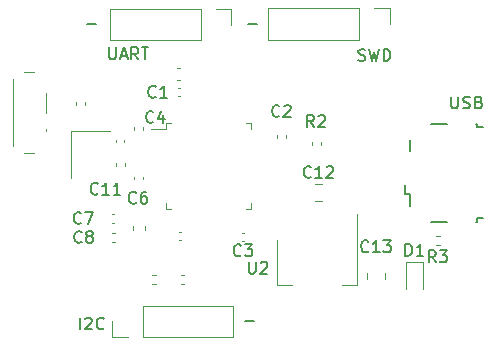
<source format=gbr>
%TF.GenerationSoftware,KiCad,Pcbnew,7.0.7*%
%TF.CreationDate,2025-08-05T19:35:54-07:00*%
%TF.ProjectId,stm32,73746d33-322e-46b6-9963-61645f706362,rev?*%
%TF.SameCoordinates,Original*%
%TF.FileFunction,Legend,Top*%
%TF.FilePolarity,Positive*%
%FSLAX46Y46*%
G04 Gerber Fmt 4.6, Leading zero omitted, Abs format (unit mm)*
G04 Created by KiCad (PCBNEW 7.0.7) date 2025-08-05 19:35:54*
%MOMM*%
%LPD*%
G01*
G04 APERTURE LIST*
%ADD10C,0.150000*%
%ADD11C,0.120000*%
G04 APERTURE END LIST*
D10*
X128497262Y-58735769D02*
X129259167Y-58735769D01*
X159339916Y-64881911D02*
X159339916Y-65691434D01*
X159339916Y-65691434D02*
X159387535Y-65786672D01*
X159387535Y-65786672D02*
X159435154Y-65834292D01*
X159435154Y-65834292D02*
X159530392Y-65881911D01*
X159530392Y-65881911D02*
X159720868Y-65881911D01*
X159720868Y-65881911D02*
X159816106Y-65834292D01*
X159816106Y-65834292D02*
X159863725Y-65786672D01*
X159863725Y-65786672D02*
X159911344Y-65691434D01*
X159911344Y-65691434D02*
X159911344Y-64881911D01*
X160339916Y-65834292D02*
X160482773Y-65881911D01*
X160482773Y-65881911D02*
X160720868Y-65881911D01*
X160720868Y-65881911D02*
X160816106Y-65834292D01*
X160816106Y-65834292D02*
X160863725Y-65786672D01*
X160863725Y-65786672D02*
X160911344Y-65691434D01*
X160911344Y-65691434D02*
X160911344Y-65596196D01*
X160911344Y-65596196D02*
X160863725Y-65500958D01*
X160863725Y-65500958D02*
X160816106Y-65453339D01*
X160816106Y-65453339D02*
X160720868Y-65405720D01*
X160720868Y-65405720D02*
X160530392Y-65358101D01*
X160530392Y-65358101D02*
X160435154Y-65310482D01*
X160435154Y-65310482D02*
X160387535Y-65262863D01*
X160387535Y-65262863D02*
X160339916Y-65167625D01*
X160339916Y-65167625D02*
X160339916Y-65072387D01*
X160339916Y-65072387D02*
X160387535Y-64977149D01*
X160387535Y-64977149D02*
X160435154Y-64929530D01*
X160435154Y-64929530D02*
X160530392Y-64881911D01*
X160530392Y-64881911D02*
X160768487Y-64881911D01*
X160768487Y-64881911D02*
X160911344Y-64929530D01*
X161673249Y-65358101D02*
X161816106Y-65405720D01*
X161816106Y-65405720D02*
X161863725Y-65453339D01*
X161863725Y-65453339D02*
X161911344Y-65548577D01*
X161911344Y-65548577D02*
X161911344Y-65691434D01*
X161911344Y-65691434D02*
X161863725Y-65786672D01*
X161863725Y-65786672D02*
X161816106Y-65834292D01*
X161816106Y-65834292D02*
X161720868Y-65881911D01*
X161720868Y-65881911D02*
X161339916Y-65881911D01*
X161339916Y-65881911D02*
X161339916Y-64881911D01*
X161339916Y-64881911D02*
X161673249Y-64881911D01*
X161673249Y-64881911D02*
X161768487Y-64929530D01*
X161768487Y-64929530D02*
X161816106Y-64977149D01*
X161816106Y-64977149D02*
X161863725Y-65072387D01*
X161863725Y-65072387D02*
X161863725Y-65167625D01*
X161863725Y-65167625D02*
X161816106Y-65262863D01*
X161816106Y-65262863D02*
X161768487Y-65310482D01*
X161768487Y-65310482D02*
X161673249Y-65358101D01*
X161673249Y-65358101D02*
X161339916Y-65358101D01*
X141907616Y-83910249D02*
X142669521Y-83910249D01*
X142094659Y-58779339D02*
X142856564Y-58779339D01*
X151474954Y-61806733D02*
X151617811Y-61854352D01*
X151617811Y-61854352D02*
X151855906Y-61854352D01*
X151855906Y-61854352D02*
X151951144Y-61806733D01*
X151951144Y-61806733D02*
X151998763Y-61759113D01*
X151998763Y-61759113D02*
X152046382Y-61663875D01*
X152046382Y-61663875D02*
X152046382Y-61568637D01*
X152046382Y-61568637D02*
X151998763Y-61473399D01*
X151998763Y-61473399D02*
X151951144Y-61425780D01*
X151951144Y-61425780D02*
X151855906Y-61378161D01*
X151855906Y-61378161D02*
X151665430Y-61330542D01*
X151665430Y-61330542D02*
X151570192Y-61282923D01*
X151570192Y-61282923D02*
X151522573Y-61235304D01*
X151522573Y-61235304D02*
X151474954Y-61140066D01*
X151474954Y-61140066D02*
X151474954Y-61044828D01*
X151474954Y-61044828D02*
X151522573Y-60949590D01*
X151522573Y-60949590D02*
X151570192Y-60901971D01*
X151570192Y-60901971D02*
X151665430Y-60854352D01*
X151665430Y-60854352D02*
X151903525Y-60854352D01*
X151903525Y-60854352D02*
X152046382Y-60901971D01*
X152379716Y-60854352D02*
X152617811Y-61854352D01*
X152617811Y-61854352D02*
X152808287Y-61140066D01*
X152808287Y-61140066D02*
X152998763Y-61854352D01*
X152998763Y-61854352D02*
X153236859Y-60854352D01*
X153617811Y-61854352D02*
X153617811Y-60854352D01*
X153617811Y-60854352D02*
X153855906Y-60854352D01*
X153855906Y-60854352D02*
X153998763Y-60901971D01*
X153998763Y-60901971D02*
X154094001Y-60997209D01*
X154094001Y-60997209D02*
X154141620Y-61092447D01*
X154141620Y-61092447D02*
X154189239Y-61282923D01*
X154189239Y-61282923D02*
X154189239Y-61425780D01*
X154189239Y-61425780D02*
X154141620Y-61616256D01*
X154141620Y-61616256D02*
X154094001Y-61711494D01*
X154094001Y-61711494D02*
X153998763Y-61806733D01*
X153998763Y-61806733D02*
X153855906Y-61854352D01*
X153855906Y-61854352D02*
X153617811Y-61854352D01*
X130355513Y-60724313D02*
X130355513Y-61533836D01*
X130355513Y-61533836D02*
X130403132Y-61629074D01*
X130403132Y-61629074D02*
X130450751Y-61676694D01*
X130450751Y-61676694D02*
X130545989Y-61724313D01*
X130545989Y-61724313D02*
X130736465Y-61724313D01*
X130736465Y-61724313D02*
X130831703Y-61676694D01*
X130831703Y-61676694D02*
X130879322Y-61629074D01*
X130879322Y-61629074D02*
X130926941Y-61533836D01*
X130926941Y-61533836D02*
X130926941Y-60724313D01*
X131355513Y-61438598D02*
X131831703Y-61438598D01*
X131260275Y-61724313D02*
X131593608Y-60724313D01*
X131593608Y-60724313D02*
X131926941Y-61724313D01*
X132831703Y-61724313D02*
X132498370Y-61248122D01*
X132260275Y-61724313D02*
X132260275Y-60724313D01*
X132260275Y-60724313D02*
X132641227Y-60724313D01*
X132641227Y-60724313D02*
X132736465Y-60771932D01*
X132736465Y-60771932D02*
X132784084Y-60819551D01*
X132784084Y-60819551D02*
X132831703Y-60914789D01*
X132831703Y-60914789D02*
X132831703Y-61057646D01*
X132831703Y-61057646D02*
X132784084Y-61152884D01*
X132784084Y-61152884D02*
X132736465Y-61200503D01*
X132736465Y-61200503D02*
X132641227Y-61248122D01*
X132641227Y-61248122D02*
X132260275Y-61248122D01*
X133117418Y-60724313D02*
X133688846Y-60724313D01*
X133403132Y-61724313D02*
X133403132Y-60724313D01*
X127920348Y-84591106D02*
X127920348Y-83591106D01*
X128348919Y-83686344D02*
X128396538Y-83638725D01*
X128396538Y-83638725D02*
X128491776Y-83591106D01*
X128491776Y-83591106D02*
X128729871Y-83591106D01*
X128729871Y-83591106D02*
X128825109Y-83638725D01*
X128825109Y-83638725D02*
X128872728Y-83686344D01*
X128872728Y-83686344D02*
X128920347Y-83781582D01*
X128920347Y-83781582D02*
X128920347Y-83876820D01*
X128920347Y-83876820D02*
X128872728Y-84019677D01*
X128872728Y-84019677D02*
X128301300Y-84591106D01*
X128301300Y-84591106D02*
X128920347Y-84591106D01*
X129920347Y-84495867D02*
X129872728Y-84543487D01*
X129872728Y-84543487D02*
X129729871Y-84591106D01*
X129729871Y-84591106D02*
X129634633Y-84591106D01*
X129634633Y-84591106D02*
X129491776Y-84543487D01*
X129491776Y-84543487D02*
X129396538Y-84448248D01*
X129396538Y-84448248D02*
X129348919Y-84353010D01*
X129348919Y-84353010D02*
X129301300Y-84162534D01*
X129301300Y-84162534D02*
X129301300Y-84019677D01*
X129301300Y-84019677D02*
X129348919Y-83829201D01*
X129348919Y-83829201D02*
X129396538Y-83733963D01*
X129396538Y-83733963D02*
X129491776Y-83638725D01*
X129491776Y-83638725D02*
X129634633Y-83591106D01*
X129634633Y-83591106D02*
X129729871Y-83591106D01*
X129729871Y-83591106D02*
X129872728Y-83638725D01*
X129872728Y-83638725D02*
X129920347Y-83686344D01*
X132653079Y-73845393D02*
X132605460Y-73893013D01*
X132605460Y-73893013D02*
X132462603Y-73940632D01*
X132462603Y-73940632D02*
X132367365Y-73940632D01*
X132367365Y-73940632D02*
X132224508Y-73893013D01*
X132224508Y-73893013D02*
X132129270Y-73797774D01*
X132129270Y-73797774D02*
X132081651Y-73702536D01*
X132081651Y-73702536D02*
X132034032Y-73512060D01*
X132034032Y-73512060D02*
X132034032Y-73369203D01*
X132034032Y-73369203D02*
X132081651Y-73178727D01*
X132081651Y-73178727D02*
X132129270Y-73083489D01*
X132129270Y-73083489D02*
X132224508Y-72988251D01*
X132224508Y-72988251D02*
X132367365Y-72940632D01*
X132367365Y-72940632D02*
X132462603Y-72940632D01*
X132462603Y-72940632D02*
X132605460Y-72988251D01*
X132605460Y-72988251D02*
X132653079Y-73035870D01*
X133510222Y-72940632D02*
X133319746Y-72940632D01*
X133319746Y-72940632D02*
X133224508Y-72988251D01*
X133224508Y-72988251D02*
X133176889Y-73035870D01*
X133176889Y-73035870D02*
X133081651Y-73178727D01*
X133081651Y-73178727D02*
X133034032Y-73369203D01*
X133034032Y-73369203D02*
X133034032Y-73750155D01*
X133034032Y-73750155D02*
X133081651Y-73845393D01*
X133081651Y-73845393D02*
X133129270Y-73893013D01*
X133129270Y-73893013D02*
X133224508Y-73940632D01*
X133224508Y-73940632D02*
X133414984Y-73940632D01*
X133414984Y-73940632D02*
X133510222Y-73893013D01*
X133510222Y-73893013D02*
X133557841Y-73845393D01*
X133557841Y-73845393D02*
X133605460Y-73750155D01*
X133605460Y-73750155D02*
X133605460Y-73512060D01*
X133605460Y-73512060D02*
X133557841Y-73416822D01*
X133557841Y-73416822D02*
X133510222Y-73369203D01*
X133510222Y-73369203D02*
X133414984Y-73321584D01*
X133414984Y-73321584D02*
X133224508Y-73321584D01*
X133224508Y-73321584D02*
X133129270Y-73369203D01*
X133129270Y-73369203D02*
X133081651Y-73416822D01*
X133081651Y-73416822D02*
X133034032Y-73512060D01*
X155460721Y-78357700D02*
X155460721Y-77357700D01*
X155460721Y-77357700D02*
X155698816Y-77357700D01*
X155698816Y-77357700D02*
X155841673Y-77405319D01*
X155841673Y-77405319D02*
X155936911Y-77500557D01*
X155936911Y-77500557D02*
X155984530Y-77595795D01*
X155984530Y-77595795D02*
X156032149Y-77786271D01*
X156032149Y-77786271D02*
X156032149Y-77929128D01*
X156032149Y-77929128D02*
X155984530Y-78119604D01*
X155984530Y-78119604D02*
X155936911Y-78214842D01*
X155936911Y-78214842D02*
X155841673Y-78310081D01*
X155841673Y-78310081D02*
X155698816Y-78357700D01*
X155698816Y-78357700D02*
X155460721Y-78357700D01*
X156984530Y-78357700D02*
X156413102Y-78357700D01*
X156698816Y-78357700D02*
X156698816Y-77357700D01*
X156698816Y-77357700D02*
X156603578Y-77500557D01*
X156603578Y-77500557D02*
X156508340Y-77595795D01*
X156508340Y-77595795D02*
X156413102Y-77643414D01*
X127990927Y-75559101D02*
X127943308Y-75606721D01*
X127943308Y-75606721D02*
X127800451Y-75654340D01*
X127800451Y-75654340D02*
X127705213Y-75654340D01*
X127705213Y-75654340D02*
X127562356Y-75606721D01*
X127562356Y-75606721D02*
X127467118Y-75511482D01*
X127467118Y-75511482D02*
X127419499Y-75416244D01*
X127419499Y-75416244D02*
X127371880Y-75225768D01*
X127371880Y-75225768D02*
X127371880Y-75082911D01*
X127371880Y-75082911D02*
X127419499Y-74892435D01*
X127419499Y-74892435D02*
X127467118Y-74797197D01*
X127467118Y-74797197D02*
X127562356Y-74701959D01*
X127562356Y-74701959D02*
X127705213Y-74654340D01*
X127705213Y-74654340D02*
X127800451Y-74654340D01*
X127800451Y-74654340D02*
X127943308Y-74701959D01*
X127943308Y-74701959D02*
X127990927Y-74749578D01*
X128324261Y-74654340D02*
X128990927Y-74654340D01*
X128990927Y-74654340D02*
X128562356Y-75654340D01*
X141538792Y-78306719D02*
X141491173Y-78354339D01*
X141491173Y-78354339D02*
X141348316Y-78401958D01*
X141348316Y-78401958D02*
X141253078Y-78401958D01*
X141253078Y-78401958D02*
X141110221Y-78354339D01*
X141110221Y-78354339D02*
X141014983Y-78259100D01*
X141014983Y-78259100D02*
X140967364Y-78163862D01*
X140967364Y-78163862D02*
X140919745Y-77973386D01*
X140919745Y-77973386D02*
X140919745Y-77830529D01*
X140919745Y-77830529D02*
X140967364Y-77640053D01*
X140967364Y-77640053D02*
X141014983Y-77544815D01*
X141014983Y-77544815D02*
X141110221Y-77449577D01*
X141110221Y-77449577D02*
X141253078Y-77401958D01*
X141253078Y-77401958D02*
X141348316Y-77401958D01*
X141348316Y-77401958D02*
X141491173Y-77449577D01*
X141491173Y-77449577D02*
X141538792Y-77497196D01*
X141872126Y-77401958D02*
X142491173Y-77401958D01*
X142491173Y-77401958D02*
X142157840Y-77782910D01*
X142157840Y-77782910D02*
X142300697Y-77782910D01*
X142300697Y-77782910D02*
X142395935Y-77830529D01*
X142395935Y-77830529D02*
X142443554Y-77878148D01*
X142443554Y-77878148D02*
X142491173Y-77973386D01*
X142491173Y-77973386D02*
X142491173Y-78211481D01*
X142491173Y-78211481D02*
X142443554Y-78306719D01*
X142443554Y-78306719D02*
X142395935Y-78354339D01*
X142395935Y-78354339D02*
X142300697Y-78401958D01*
X142300697Y-78401958D02*
X142014983Y-78401958D01*
X142014983Y-78401958D02*
X141919745Y-78354339D01*
X141919745Y-78354339D02*
X141872126Y-78306719D01*
X152310397Y-77964980D02*
X152262778Y-78012600D01*
X152262778Y-78012600D02*
X152119921Y-78060219D01*
X152119921Y-78060219D02*
X152024683Y-78060219D01*
X152024683Y-78060219D02*
X151881826Y-78012600D01*
X151881826Y-78012600D02*
X151786588Y-77917361D01*
X151786588Y-77917361D02*
X151738969Y-77822123D01*
X151738969Y-77822123D02*
X151691350Y-77631647D01*
X151691350Y-77631647D02*
X151691350Y-77488790D01*
X151691350Y-77488790D02*
X151738969Y-77298314D01*
X151738969Y-77298314D02*
X151786588Y-77203076D01*
X151786588Y-77203076D02*
X151881826Y-77107838D01*
X151881826Y-77107838D02*
X152024683Y-77060219D01*
X152024683Y-77060219D02*
X152119921Y-77060219D01*
X152119921Y-77060219D02*
X152262778Y-77107838D01*
X152262778Y-77107838D02*
X152310397Y-77155457D01*
X153262778Y-78060219D02*
X152691350Y-78060219D01*
X152977064Y-78060219D02*
X152977064Y-77060219D01*
X152977064Y-77060219D02*
X152881826Y-77203076D01*
X152881826Y-77203076D02*
X152786588Y-77298314D01*
X152786588Y-77298314D02*
X152691350Y-77345933D01*
X153596112Y-77060219D02*
X154215159Y-77060219D01*
X154215159Y-77060219D02*
X153881826Y-77441171D01*
X153881826Y-77441171D02*
X154024683Y-77441171D01*
X154024683Y-77441171D02*
X154119921Y-77488790D01*
X154119921Y-77488790D02*
X154167540Y-77536409D01*
X154167540Y-77536409D02*
X154215159Y-77631647D01*
X154215159Y-77631647D02*
X154215159Y-77869742D01*
X154215159Y-77869742D02*
X154167540Y-77964980D01*
X154167540Y-77964980D02*
X154119921Y-78012600D01*
X154119921Y-78012600D02*
X154024683Y-78060219D01*
X154024683Y-78060219D02*
X153738969Y-78060219D01*
X153738969Y-78060219D02*
X153643731Y-78012600D01*
X153643731Y-78012600D02*
X153596112Y-77964980D01*
X129422714Y-73087547D02*
X129375095Y-73135167D01*
X129375095Y-73135167D02*
X129232238Y-73182786D01*
X129232238Y-73182786D02*
X129137000Y-73182786D01*
X129137000Y-73182786D02*
X128994143Y-73135167D01*
X128994143Y-73135167D02*
X128898905Y-73039928D01*
X128898905Y-73039928D02*
X128851286Y-72944690D01*
X128851286Y-72944690D02*
X128803667Y-72754214D01*
X128803667Y-72754214D02*
X128803667Y-72611357D01*
X128803667Y-72611357D02*
X128851286Y-72420881D01*
X128851286Y-72420881D02*
X128898905Y-72325643D01*
X128898905Y-72325643D02*
X128994143Y-72230405D01*
X128994143Y-72230405D02*
X129137000Y-72182786D01*
X129137000Y-72182786D02*
X129232238Y-72182786D01*
X129232238Y-72182786D02*
X129375095Y-72230405D01*
X129375095Y-72230405D02*
X129422714Y-72278024D01*
X130375095Y-73182786D02*
X129803667Y-73182786D01*
X130089381Y-73182786D02*
X130089381Y-72182786D01*
X130089381Y-72182786D02*
X129994143Y-72325643D01*
X129994143Y-72325643D02*
X129898905Y-72420881D01*
X129898905Y-72420881D02*
X129803667Y-72468500D01*
X131327476Y-73182786D02*
X130756048Y-73182786D01*
X131041762Y-73182786D02*
X131041762Y-72182786D01*
X131041762Y-72182786D02*
X130946524Y-72325643D01*
X130946524Y-72325643D02*
X130851286Y-72420881D01*
X130851286Y-72420881D02*
X130756048Y-72468500D01*
X134106853Y-67030219D02*
X134059234Y-67077839D01*
X134059234Y-67077839D02*
X133916377Y-67125458D01*
X133916377Y-67125458D02*
X133821139Y-67125458D01*
X133821139Y-67125458D02*
X133678282Y-67077839D01*
X133678282Y-67077839D02*
X133583044Y-66982600D01*
X133583044Y-66982600D02*
X133535425Y-66887362D01*
X133535425Y-66887362D02*
X133487806Y-66696886D01*
X133487806Y-66696886D02*
X133487806Y-66554029D01*
X133487806Y-66554029D02*
X133535425Y-66363553D01*
X133535425Y-66363553D02*
X133583044Y-66268315D01*
X133583044Y-66268315D02*
X133678282Y-66173077D01*
X133678282Y-66173077D02*
X133821139Y-66125458D01*
X133821139Y-66125458D02*
X133916377Y-66125458D01*
X133916377Y-66125458D02*
X134059234Y-66173077D01*
X134059234Y-66173077D02*
X134106853Y-66220696D01*
X134963996Y-66458791D02*
X134963996Y-67125458D01*
X134725901Y-66077839D02*
X134487806Y-66792124D01*
X134487806Y-66792124D02*
X135106853Y-66792124D01*
X128041628Y-77181540D02*
X127994009Y-77229160D01*
X127994009Y-77229160D02*
X127851152Y-77276779D01*
X127851152Y-77276779D02*
X127755914Y-77276779D01*
X127755914Y-77276779D02*
X127613057Y-77229160D01*
X127613057Y-77229160D02*
X127517819Y-77133921D01*
X127517819Y-77133921D02*
X127470200Y-77038683D01*
X127470200Y-77038683D02*
X127422581Y-76848207D01*
X127422581Y-76848207D02*
X127422581Y-76705350D01*
X127422581Y-76705350D02*
X127470200Y-76514874D01*
X127470200Y-76514874D02*
X127517819Y-76419636D01*
X127517819Y-76419636D02*
X127613057Y-76324398D01*
X127613057Y-76324398D02*
X127755914Y-76276779D01*
X127755914Y-76276779D02*
X127851152Y-76276779D01*
X127851152Y-76276779D02*
X127994009Y-76324398D01*
X127994009Y-76324398D02*
X128041628Y-76372017D01*
X128613057Y-76705350D02*
X128517819Y-76657731D01*
X128517819Y-76657731D02*
X128470200Y-76610112D01*
X128470200Y-76610112D02*
X128422581Y-76514874D01*
X128422581Y-76514874D02*
X128422581Y-76467255D01*
X128422581Y-76467255D02*
X128470200Y-76372017D01*
X128470200Y-76372017D02*
X128517819Y-76324398D01*
X128517819Y-76324398D02*
X128613057Y-76276779D01*
X128613057Y-76276779D02*
X128803533Y-76276779D01*
X128803533Y-76276779D02*
X128898771Y-76324398D01*
X128898771Y-76324398D02*
X128946390Y-76372017D01*
X128946390Y-76372017D02*
X128994009Y-76467255D01*
X128994009Y-76467255D02*
X128994009Y-76514874D01*
X128994009Y-76514874D02*
X128946390Y-76610112D01*
X128946390Y-76610112D02*
X128898771Y-76657731D01*
X128898771Y-76657731D02*
X128803533Y-76705350D01*
X128803533Y-76705350D02*
X128613057Y-76705350D01*
X128613057Y-76705350D02*
X128517819Y-76752969D01*
X128517819Y-76752969D02*
X128470200Y-76800588D01*
X128470200Y-76800588D02*
X128422581Y-76895826D01*
X128422581Y-76895826D02*
X128422581Y-77086302D01*
X128422581Y-77086302D02*
X128470200Y-77181540D01*
X128470200Y-77181540D02*
X128517819Y-77229160D01*
X128517819Y-77229160D02*
X128613057Y-77276779D01*
X128613057Y-77276779D02*
X128803533Y-77276779D01*
X128803533Y-77276779D02*
X128898771Y-77229160D01*
X128898771Y-77229160D02*
X128946390Y-77181540D01*
X128946390Y-77181540D02*
X128994009Y-77086302D01*
X128994009Y-77086302D02*
X128994009Y-76895826D01*
X128994009Y-76895826D02*
X128946390Y-76800588D01*
X128946390Y-76800588D02*
X128898771Y-76752969D01*
X128898771Y-76752969D02*
X128803533Y-76705350D01*
X158019883Y-78907040D02*
X157686550Y-78430849D01*
X157448455Y-78907040D02*
X157448455Y-77907040D01*
X157448455Y-77907040D02*
X157829407Y-77907040D01*
X157829407Y-77907040D02*
X157924645Y-77954659D01*
X157924645Y-77954659D02*
X157972264Y-78002278D01*
X157972264Y-78002278D02*
X158019883Y-78097516D01*
X158019883Y-78097516D02*
X158019883Y-78240373D01*
X158019883Y-78240373D02*
X157972264Y-78335611D01*
X157972264Y-78335611D02*
X157924645Y-78383230D01*
X157924645Y-78383230D02*
X157829407Y-78430849D01*
X157829407Y-78430849D02*
X157448455Y-78430849D01*
X158353217Y-77907040D02*
X158972264Y-77907040D01*
X158972264Y-77907040D02*
X158638931Y-78287992D01*
X158638931Y-78287992D02*
X158781788Y-78287992D01*
X158781788Y-78287992D02*
X158877026Y-78335611D01*
X158877026Y-78335611D02*
X158924645Y-78383230D01*
X158924645Y-78383230D02*
X158972264Y-78478468D01*
X158972264Y-78478468D02*
X158972264Y-78716563D01*
X158972264Y-78716563D02*
X158924645Y-78811801D01*
X158924645Y-78811801D02*
X158877026Y-78859421D01*
X158877026Y-78859421D02*
X158781788Y-78907040D01*
X158781788Y-78907040D02*
X158496074Y-78907040D01*
X158496074Y-78907040D02*
X158400836Y-78859421D01*
X158400836Y-78859421D02*
X158353217Y-78811801D01*
X147457669Y-71668214D02*
X147410050Y-71715834D01*
X147410050Y-71715834D02*
X147267193Y-71763453D01*
X147267193Y-71763453D02*
X147171955Y-71763453D01*
X147171955Y-71763453D02*
X147029098Y-71715834D01*
X147029098Y-71715834D02*
X146933860Y-71620595D01*
X146933860Y-71620595D02*
X146886241Y-71525357D01*
X146886241Y-71525357D02*
X146838622Y-71334881D01*
X146838622Y-71334881D02*
X146838622Y-71192024D01*
X146838622Y-71192024D02*
X146886241Y-71001548D01*
X146886241Y-71001548D02*
X146933860Y-70906310D01*
X146933860Y-70906310D02*
X147029098Y-70811072D01*
X147029098Y-70811072D02*
X147171955Y-70763453D01*
X147171955Y-70763453D02*
X147267193Y-70763453D01*
X147267193Y-70763453D02*
X147410050Y-70811072D01*
X147410050Y-70811072D02*
X147457669Y-70858691D01*
X148410050Y-71763453D02*
X147838622Y-71763453D01*
X148124336Y-71763453D02*
X148124336Y-70763453D01*
X148124336Y-70763453D02*
X148029098Y-70906310D01*
X148029098Y-70906310D02*
X147933860Y-71001548D01*
X147933860Y-71001548D02*
X147838622Y-71049167D01*
X148791003Y-70858691D02*
X148838622Y-70811072D01*
X148838622Y-70811072D02*
X148933860Y-70763453D01*
X148933860Y-70763453D02*
X149171955Y-70763453D01*
X149171955Y-70763453D02*
X149267193Y-70811072D01*
X149267193Y-70811072D02*
X149314812Y-70858691D01*
X149314812Y-70858691D02*
X149362431Y-70953929D01*
X149362431Y-70953929D02*
X149362431Y-71049167D01*
X149362431Y-71049167D02*
X149314812Y-71192024D01*
X149314812Y-71192024D02*
X148743384Y-71763453D01*
X148743384Y-71763453D02*
X149362431Y-71763453D01*
X147709317Y-67453857D02*
X147375984Y-66977666D01*
X147137889Y-67453857D02*
X147137889Y-66453857D01*
X147137889Y-66453857D02*
X147518841Y-66453857D01*
X147518841Y-66453857D02*
X147614079Y-66501476D01*
X147614079Y-66501476D02*
X147661698Y-66549095D01*
X147661698Y-66549095D02*
X147709317Y-66644333D01*
X147709317Y-66644333D02*
X147709317Y-66787190D01*
X147709317Y-66787190D02*
X147661698Y-66882428D01*
X147661698Y-66882428D02*
X147614079Y-66930047D01*
X147614079Y-66930047D02*
X147518841Y-66977666D01*
X147518841Y-66977666D02*
X147137889Y-66977666D01*
X148090270Y-66549095D02*
X148137889Y-66501476D01*
X148137889Y-66501476D02*
X148233127Y-66453857D01*
X148233127Y-66453857D02*
X148471222Y-66453857D01*
X148471222Y-66453857D02*
X148566460Y-66501476D01*
X148566460Y-66501476D02*
X148614079Y-66549095D01*
X148614079Y-66549095D02*
X148661698Y-66644333D01*
X148661698Y-66644333D02*
X148661698Y-66739571D01*
X148661698Y-66739571D02*
X148614079Y-66882428D01*
X148614079Y-66882428D02*
X148042651Y-67453857D01*
X148042651Y-67453857D02*
X148661698Y-67453857D01*
X134308109Y-64882466D02*
X134260490Y-64930086D01*
X134260490Y-64930086D02*
X134117633Y-64977705D01*
X134117633Y-64977705D02*
X134022395Y-64977705D01*
X134022395Y-64977705D02*
X133879538Y-64930086D01*
X133879538Y-64930086D02*
X133784300Y-64834847D01*
X133784300Y-64834847D02*
X133736681Y-64739609D01*
X133736681Y-64739609D02*
X133689062Y-64549133D01*
X133689062Y-64549133D02*
X133689062Y-64406276D01*
X133689062Y-64406276D02*
X133736681Y-64215800D01*
X133736681Y-64215800D02*
X133784300Y-64120562D01*
X133784300Y-64120562D02*
X133879538Y-64025324D01*
X133879538Y-64025324D02*
X134022395Y-63977705D01*
X134022395Y-63977705D02*
X134117633Y-63977705D01*
X134117633Y-63977705D02*
X134260490Y-64025324D01*
X134260490Y-64025324D02*
X134308109Y-64072943D01*
X135260490Y-64977705D02*
X134689062Y-64977705D01*
X134974776Y-64977705D02*
X134974776Y-63977705D01*
X134974776Y-63977705D02*
X134879538Y-64120562D01*
X134879538Y-64120562D02*
X134784300Y-64215800D01*
X134784300Y-64215800D02*
X134689062Y-64263419D01*
X142199029Y-78868426D02*
X142199029Y-79677949D01*
X142199029Y-79677949D02*
X142246648Y-79773187D01*
X142246648Y-79773187D02*
X142294267Y-79820807D01*
X142294267Y-79820807D02*
X142389505Y-79868426D01*
X142389505Y-79868426D02*
X142579981Y-79868426D01*
X142579981Y-79868426D02*
X142675219Y-79820807D01*
X142675219Y-79820807D02*
X142722838Y-79773187D01*
X142722838Y-79773187D02*
X142770457Y-79677949D01*
X142770457Y-79677949D02*
X142770457Y-78868426D01*
X143199029Y-78963664D02*
X143246648Y-78916045D01*
X143246648Y-78916045D02*
X143341886Y-78868426D01*
X143341886Y-78868426D02*
X143579981Y-78868426D01*
X143579981Y-78868426D02*
X143675219Y-78916045D01*
X143675219Y-78916045D02*
X143722838Y-78963664D01*
X143722838Y-78963664D02*
X143770457Y-79058902D01*
X143770457Y-79058902D02*
X143770457Y-79154140D01*
X143770457Y-79154140D02*
X143722838Y-79296997D01*
X143722838Y-79296997D02*
X143151410Y-79868426D01*
X143151410Y-79868426D02*
X143770457Y-79868426D01*
X144789838Y-66507530D02*
X144742219Y-66555150D01*
X144742219Y-66555150D02*
X144599362Y-66602769D01*
X144599362Y-66602769D02*
X144504124Y-66602769D01*
X144504124Y-66602769D02*
X144361267Y-66555150D01*
X144361267Y-66555150D02*
X144266029Y-66459911D01*
X144266029Y-66459911D02*
X144218410Y-66364673D01*
X144218410Y-66364673D02*
X144170791Y-66174197D01*
X144170791Y-66174197D02*
X144170791Y-66031340D01*
X144170791Y-66031340D02*
X144218410Y-65840864D01*
X144218410Y-65840864D02*
X144266029Y-65745626D01*
X144266029Y-65745626D02*
X144361267Y-65650388D01*
X144361267Y-65650388D02*
X144504124Y-65602769D01*
X144504124Y-65602769D02*
X144599362Y-65602769D01*
X144599362Y-65602769D02*
X144742219Y-65650388D01*
X144742219Y-65650388D02*
X144789838Y-65698007D01*
X145170791Y-65698007D02*
X145218410Y-65650388D01*
X145218410Y-65650388D02*
X145313648Y-65602769D01*
X145313648Y-65602769D02*
X145551743Y-65602769D01*
X145551743Y-65602769D02*
X145646981Y-65650388D01*
X145646981Y-65650388D02*
X145694600Y-65698007D01*
X145694600Y-65698007D02*
X145742219Y-65793245D01*
X145742219Y-65793245D02*
X145742219Y-65888483D01*
X145742219Y-65888483D02*
X145694600Y-66031340D01*
X145694600Y-66031340D02*
X145123172Y-66602769D01*
X145123172Y-66602769D02*
X145742219Y-66602769D01*
D11*
%TO.C,C6*%
X132489885Y-71880752D02*
X132489885Y-71665080D01*
X133209885Y-71880752D02*
X133209885Y-71665080D01*
%TO.C,SW1*%
X123989000Y-62762828D02*
X123199000Y-62762828D01*
X122189000Y-63362828D02*
X122189000Y-69062828D01*
X125039000Y-64612828D02*
X125039000Y-66312828D01*
X125039000Y-67612828D02*
X125039000Y-67812828D01*
X123199000Y-69662828D02*
X123989000Y-69662828D01*
%TO.C,FB1*%
X133387746Y-75824242D02*
X133387746Y-76149800D01*
X132367746Y-75824242D02*
X132367746Y-76149800D01*
%TO.C,R1*%
X127547254Y-65637288D02*
X127547254Y-65330006D01*
X128307254Y-65637288D02*
X128307254Y-65330006D01*
%TO.C,D1*%
X156933816Y-78886144D02*
X155463816Y-78886144D01*
X155463816Y-78886144D02*
X155463816Y-81171144D01*
X156933816Y-81171144D02*
X156933816Y-78886144D01*
%TO.C,J2*%
X140722013Y-57453153D02*
X140722013Y-58783153D01*
X139392013Y-57453153D02*
X140722013Y-57453153D01*
X138122013Y-57453153D02*
X130442013Y-57453153D01*
X138122013Y-57453153D02*
X138122013Y-60113153D01*
X130442013Y-57453153D02*
X130442013Y-60113153D01*
X138122013Y-60113153D02*
X130442013Y-60113153D01*
%TO.C,C7*%
X130805430Y-75559521D02*
X130589758Y-75559521D01*
X130805430Y-74839521D02*
X130589758Y-74839521D01*
%TO.C,C3*%
X141813295Y-77147139D02*
X141597623Y-77147139D01*
X141813295Y-76427139D02*
X141597623Y-76427139D01*
%TO.C,R5*%
X136422436Y-79961650D02*
X136729718Y-79961650D01*
X136422436Y-80721650D02*
X136729718Y-80721650D01*
%TO.C,C13*%
X152218255Y-80348462D02*
X152218255Y-79825958D01*
X153688255Y-80348462D02*
X153688255Y-79825958D01*
%TO.C,C11*%
X130982197Y-70760021D02*
X130982197Y-70544349D01*
X131702197Y-70760021D02*
X131702197Y-70544349D01*
%TO.C,J4*%
X130617324Y-85243371D02*
X130617324Y-83913371D01*
X131947324Y-85243371D02*
X130617324Y-85243371D01*
X133217324Y-85243371D02*
X140897324Y-85243371D01*
X133217324Y-85243371D02*
X133217324Y-82583371D01*
X140897324Y-85243371D02*
X140897324Y-82583371D01*
X133217324Y-82583371D02*
X140897324Y-82583371D01*
D10*
%TO.C,J1*%
X157599000Y-75470000D02*
X158999000Y-75470000D01*
X161399000Y-75470000D02*
X161549000Y-75470000D01*
X161549000Y-75470000D02*
X161549000Y-75170000D01*
X161549000Y-75170000D02*
X161999000Y-75170000D01*
X155424000Y-73120000D02*
X155849000Y-73120000D01*
X155849000Y-73120000D02*
X155849000Y-74120000D01*
X155424000Y-72395000D02*
X155424000Y-73120000D01*
X155849000Y-69520000D02*
X155849000Y-68520000D01*
X161549000Y-67470000D02*
X161549000Y-67170000D01*
X161999000Y-67470000D02*
X161549000Y-67470000D01*
X158999000Y-67170000D02*
X157599000Y-67170000D01*
X161549000Y-67170000D02*
X161399000Y-67170000D01*
D11*
%TO.C,C4*%
X132491103Y-67675813D02*
X132491103Y-67460141D01*
X133211103Y-67675813D02*
X133211103Y-67460141D01*
%TO.C,C8*%
X130856131Y-77181960D02*
X130640459Y-77181960D01*
X130856131Y-76461960D02*
X130640459Y-76461960D01*
%TO.C,Y1*%
X130411267Y-67758724D02*
X127111267Y-67758724D01*
X127111267Y-67758724D02*
X127111267Y-71758724D01*
%TO.C,R3*%
X158036782Y-76655026D02*
X158344064Y-76655026D01*
X158036782Y-77415026D02*
X158344064Y-77415026D01*
%TO.C,C12*%
X147839275Y-72253634D02*
X148361779Y-72253634D01*
X147839275Y-73723634D02*
X148361779Y-73723634D01*
%TO.C,R2*%
X148281653Y-68707222D02*
X148281653Y-69014504D01*
X147521653Y-68707222D02*
X147521653Y-69014504D01*
%TO.C,C10*%
X130942302Y-68766560D02*
X130942302Y-68550888D01*
X131662302Y-68766560D02*
X131662302Y-68550888D01*
%TO.C,C1*%
X136183707Y-64156000D02*
X136399379Y-64156000D01*
X136183707Y-64876000D02*
X136399379Y-64876000D01*
%TO.C,C9*%
X136247290Y-76322020D02*
X136462962Y-76322020D01*
X136247290Y-77042020D02*
X136462962Y-77042020D01*
%TO.C,J3*%
X154140290Y-57423394D02*
X154140290Y-58753394D01*
X152810290Y-57423394D02*
X154140290Y-57423394D01*
X151540290Y-57423394D02*
X143860290Y-57423394D01*
X151540290Y-57423394D02*
X151540290Y-60083394D01*
X143860290Y-57423394D02*
X143860290Y-60083394D01*
X151540290Y-60083394D02*
X143860290Y-60083394D01*
%TO.C,U2*%
X151387955Y-74796566D02*
X151387955Y-80806566D01*
X144567955Y-77046566D02*
X144567955Y-80806566D01*
X151387955Y-80806566D02*
X150127955Y-80806566D01*
X144567955Y-80806566D02*
X145827955Y-80806566D01*
%TO.C,U1*%
X135187579Y-67161882D02*
X135187579Y-67611882D01*
X135187579Y-67611882D02*
X133897579Y-67611882D01*
X135187579Y-74381882D02*
X135187579Y-73931882D01*
X135637579Y-67161882D02*
X135187579Y-67161882D01*
X135637579Y-74381882D02*
X135187579Y-74381882D01*
X141957579Y-67161882D02*
X142407579Y-67161882D01*
X141957579Y-74381882D02*
X142407579Y-74381882D01*
X142407579Y-67161882D02*
X142407579Y-67611882D01*
X142407579Y-74381882D02*
X142407579Y-73931882D01*
%TO.C,C5*%
X136104218Y-62482000D02*
X136385378Y-62482000D01*
X136104218Y-63502000D02*
X136385378Y-63502000D01*
%TO.C,C2*%
X145309262Y-68140308D02*
X145309262Y-68355980D01*
X144589262Y-68140308D02*
X144589262Y-68355980D01*
%TO.C,R4*%
X134302602Y-80733970D02*
X133995320Y-80733970D01*
X134302602Y-79973970D02*
X133995320Y-79973970D01*
%TD*%
M02*

</source>
